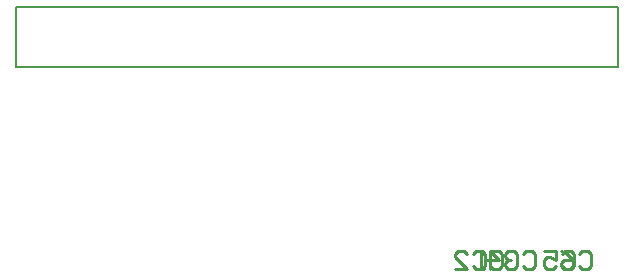
<source format=gbo>
G04*
G04 #@! TF.GenerationSoftware,Altium Limited,Altium Designer,23.4.1 (23)*
G04*
G04 Layer_Color=32896*
%FSLAX44Y44*%
%MOMM*%
G71*
G04*
G04 #@! TF.SameCoordinates,82385B22-F4C2-4F25-A143-551C1675324C*
G04*
G04*
G04 #@! TF.FilePolarity,Positive*
G04*
G01*
G75*
%ADD12C,0.2000*%
%ADD14C,0.2540*%
D12*
X377200Y1026900D02*
X886470D01*
X377200Y1077700D02*
X886470D01*
X377200Y1026900D02*
Y1077700D01*
X886470Y1026900D02*
Y1077700D01*
D14*
X853951Y868930D02*
X856490Y871469D01*
X861569D01*
X864108Y868930D01*
Y858773D01*
X861569Y856234D01*
X856490D01*
X853951Y858773D01*
X838716Y871469D02*
X843795Y868930D01*
X848873Y863851D01*
Y858773D01*
X846334Y856234D01*
X841255D01*
X838716Y858773D01*
Y861312D01*
X841255Y863851D01*
X848873D01*
X838965Y868930D02*
X841505Y871469D01*
X846583D01*
X849122Y868930D01*
Y858773D01*
X846583Y856234D01*
X841505D01*
X838965Y858773D01*
X823730Y871469D02*
X833887D01*
Y863851D01*
X828809Y866391D01*
X826269D01*
X823730Y863851D01*
Y858773D01*
X826269Y856234D01*
X831348D01*
X833887Y858773D01*
X790959Y869184D02*
X793499Y871723D01*
X798577D01*
X801116Y869184D01*
Y859027D01*
X798577Y856488D01*
X793499D01*
X790959Y859027D01*
X778263Y856488D02*
Y871723D01*
X785881Y864106D01*
X775724D01*
X805945Y869184D02*
X808484Y871723D01*
X813563D01*
X816102Y869184D01*
Y859027D01*
X813563Y856488D01*
X808484D01*
X805945Y859027D01*
X800867Y869184D02*
X798328Y871723D01*
X793249D01*
X790710Y869184D01*
Y866645D01*
X793249Y864106D01*
X795789D01*
X793249D01*
X790710Y861566D01*
Y859027D01*
X793249Y856488D01*
X798328D01*
X800867Y859027D01*
X763527Y869184D02*
X766067Y871723D01*
X771145D01*
X773684Y869184D01*
Y859027D01*
X771145Y856488D01*
X766067D01*
X763527Y859027D01*
X748292Y856488D02*
X758449D01*
X748292Y866645D01*
Y869184D01*
X750831Y871723D01*
X755910D01*
X758449Y869184D01*
X778513D02*
X781052Y871723D01*
X786131D01*
X788670Y869184D01*
Y859027D01*
X786131Y856488D01*
X781052D01*
X778513Y859027D01*
X773435Y856488D02*
X768357D01*
X770896D01*
Y871723D01*
X773435Y869184D01*
M02*

</source>
